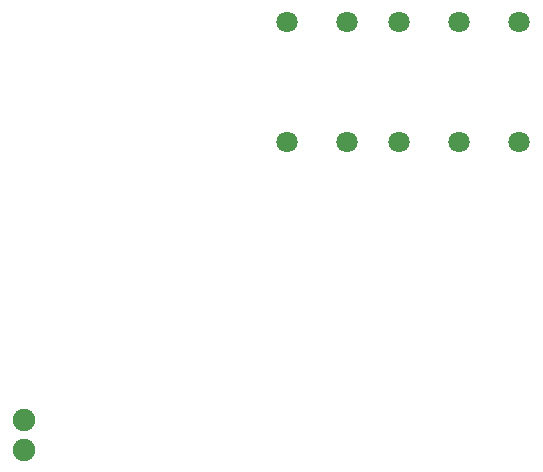
<source format=gbp>
G04 (created by PCBNEW (2013-jul-07)-stable) date Wed 25 Feb 2015 17:07:09 CET*
%MOIN*%
G04 Gerber Fmt 3.4, Leading zero omitted, Abs format*
%FSLAX34Y34*%
G01*
G70*
G90*
G04 APERTURE LIST*
%ADD10C,0.00590551*%
%ADD11C,0.0748031*%
%ADD12C,0.0708661*%
G04 APERTURE END LIST*
G54D10*
G54D11*
X61250Y-39000D03*
X61250Y-38000D03*
G54D12*
X77750Y-24750D03*
X77750Y-28750D03*
X75750Y-24750D03*
X75750Y-28750D03*
X73750Y-24750D03*
X73750Y-28750D03*
X72000Y-28750D03*
X72000Y-24750D03*
X70000Y-24750D03*
X70000Y-28750D03*
M02*

</source>
